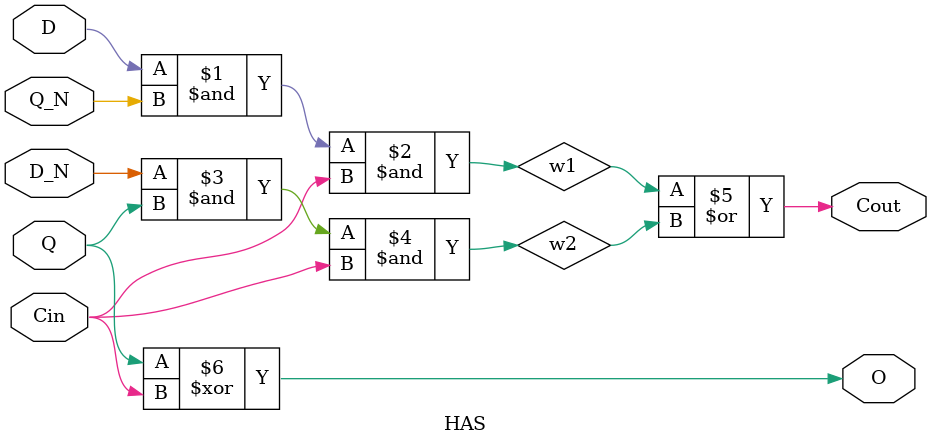
<source format=v>

module HAS(Q, Cin, Cout, O, D, D_N, Q_N);
    input Q, Cin, D, D_N, Q_N;
    output Cout, O;
		
    wire w1, w2;
	 
    and(w1, D, Q_N, Cin);
	 and(w2, D_N, Q, Cin);
	 or(Cout, w1, w2);
    xor(O, Q, Cin);

endmodule
</source>
